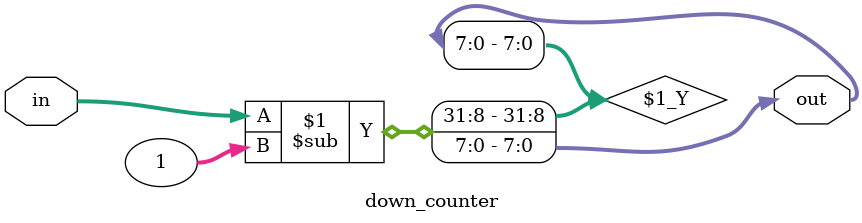
<source format=v>
module down_counter(in, out);
	parameter dw = 8;
	
	input [dw-1:0] in;
	output [dw-1:0] out;
	
	assign out = in - 1;
endmodule

</source>
